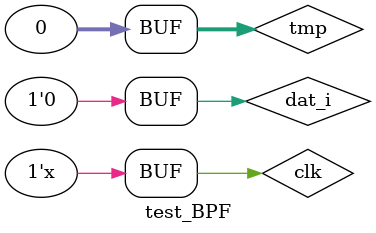
<source format=v>
`timescale 1ns / 1ps


module test_BPF;

	// Inputs
	reg clk;
	reg dat_i;

	// Outputs
	wire led1;
	wire led2;
	wire led3;
	wire beep;
	wire sclk;
	
	// Instantiate the Unit Under Test (UUT)
	mictest uut (
		.clk(clk), 
		.sclk(sclk), 
		.dat_i(dat_i), 
		.led1(led1),
		.led2(led2),
		.led3(led3),
		.beep(beep)
	);

	//*	Global Clock	*//
	parameter STEP = 10; //2MHz (1/clock *1,000,000,000)/2
	always begin
		#STEP;
		clk<=~clk;
	end
	
	parameter STEP_S = 500; //2MHz (1/clock *1,000,000,000)/2
	integer tmp=0;
	/*
	always@(posedge sclk)begin

		tmp<=$random;
		dat_i<=tmp[0];
	
	end
	*/
	initial begin
		// Initialize Inputs
		clk = 0;
		dat_i = 0;

		// Wait 100 ns for global reset to finish
		#200;
        
		// Add stimulus here
		`include "src/dat_i.dat"
	end
      
endmodule


</source>
